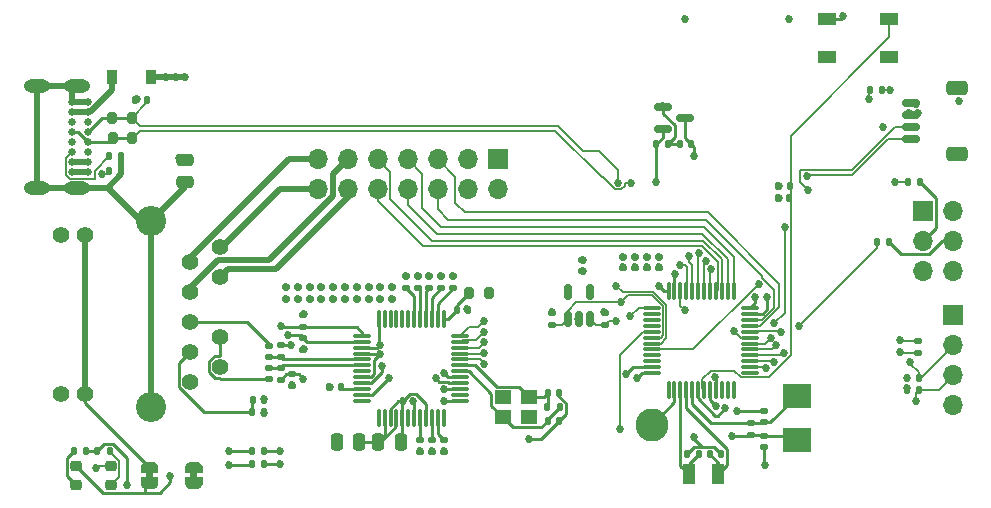
<source format=gbr>
G04 #@! TF.GenerationSoftware,KiCad,Pcbnew,(5.99.0-8454-g713af6630f)*
G04 #@! TF.CreationDate,2021-06-13T15:31:37-07:00*
G04 #@! TF.ProjectId,MFW007B,4d465730-3037-4422-9e6b-696361645f70,1*
G04 #@! TF.SameCoordinates,Original*
G04 #@! TF.FileFunction,Copper,L1,Top*
G04 #@! TF.FilePolarity,Positive*
%FSLAX46Y46*%
G04 Gerber Fmt 4.6, Leading zero omitted, Abs format (unit mm)*
G04 Created by KiCad (PCBNEW (5.99.0-8454-g713af6630f)) date 2021-06-13 15:31:37*
%MOMM*%
%LPD*%
G01*
G04 APERTURE LIST*
G04 Aperture macros list*
%AMRoundRect*
0 Rectangle with rounded corners*
0 $1 Rounding radius*
0 $2 $3 $4 $5 $6 $7 $8 $9 X,Y pos of 4 corners*
0 Add a 4 corners polygon primitive as box body*
4,1,4,$2,$3,$4,$5,$6,$7,$8,$9,$2,$3,0*
0 Add four circle primitives for the rounded corners*
1,1,$1+$1,$2,$3*
1,1,$1+$1,$4,$5*
1,1,$1+$1,$6,$7*
1,1,$1+$1,$8,$9*
0 Add four rect primitives between the rounded corners*
20,1,$1+$1,$2,$3,$4,$5,0*
20,1,$1+$1,$4,$5,$6,$7,0*
20,1,$1+$1,$6,$7,$8,$9,0*
20,1,$1+$1,$8,$9,$2,$3,0*%
G04 Aperture macros list end*
G04 #@! TA.AperFunction,SMDPad,CuDef*
%ADD10R,2.400000X2.000000*%
G04 #@! TD*
G04 #@! TA.AperFunction,SMDPad,CuDef*
%ADD11RoundRect,0.075000X0.075000X-0.662500X0.075000X0.662500X-0.075000X0.662500X-0.075000X-0.662500X0*%
G04 #@! TD*
G04 #@! TA.AperFunction,SMDPad,CuDef*
%ADD12RoundRect,0.075000X0.662500X-0.075000X0.662500X0.075000X-0.662500X0.075000X-0.662500X-0.075000X0*%
G04 #@! TD*
G04 #@! TA.AperFunction,SMDPad,CuDef*
%ADD13RoundRect,0.140000X0.170000X-0.140000X0.170000X0.140000X-0.170000X0.140000X-0.170000X-0.140000X0*%
G04 #@! TD*
G04 #@! TA.AperFunction,SMDPad,CuDef*
%ADD14RoundRect,0.135000X0.185000X-0.135000X0.185000X0.135000X-0.185000X0.135000X-0.185000X-0.135000X0*%
G04 #@! TD*
G04 #@! TA.AperFunction,SMDPad,CuDef*
%ADD15RoundRect,0.218750X0.256250X-0.218750X0.256250X0.218750X-0.256250X0.218750X-0.256250X-0.218750X0*%
G04 #@! TD*
G04 #@! TA.AperFunction,SMDPad,CuDef*
%ADD16RoundRect,0.140000X-0.170000X0.140000X-0.170000X-0.140000X0.170000X-0.140000X0.170000X0.140000X0*%
G04 #@! TD*
G04 #@! TA.AperFunction,SMDPad,CuDef*
%ADD17RoundRect,0.140000X-0.140000X-0.170000X0.140000X-0.170000X0.140000X0.170000X-0.140000X0.170000X0*%
G04 #@! TD*
G04 #@! TA.AperFunction,SMDPad,CuDef*
%ADD18RoundRect,0.150000X0.625000X-0.150000X0.625000X0.150000X-0.625000X0.150000X-0.625000X-0.150000X0*%
G04 #@! TD*
G04 #@! TA.AperFunction,SMDPad,CuDef*
%ADD19RoundRect,0.250000X0.650000X-0.350000X0.650000X0.350000X-0.650000X0.350000X-0.650000X-0.350000X0*%
G04 #@! TD*
G04 #@! TA.AperFunction,SMDPad,CuDef*
%ADD20RoundRect,0.135000X0.135000X0.185000X-0.135000X0.185000X-0.135000X-0.185000X0.135000X-0.185000X0*%
G04 #@! TD*
G04 #@! TA.AperFunction,SMDPad,CuDef*
%ADD21RoundRect,0.135000X-0.185000X0.135000X-0.185000X-0.135000X0.185000X-0.135000X0.185000X0.135000X0*%
G04 #@! TD*
G04 #@! TA.AperFunction,SMDPad,CuDef*
%ADD22R,0.900000X1.200000*%
G04 #@! TD*
G04 #@! TA.AperFunction,SMDPad,CuDef*
%ADD23RoundRect,0.075000X-0.662500X-0.075000X0.662500X-0.075000X0.662500X0.075000X-0.662500X0.075000X0*%
G04 #@! TD*
G04 #@! TA.AperFunction,SMDPad,CuDef*
%ADD24RoundRect,0.075000X-0.075000X-0.662500X0.075000X-0.662500X0.075000X0.662500X-0.075000X0.662500X0*%
G04 #@! TD*
G04 #@! TA.AperFunction,ComponentPad*
%ADD25R,1.700000X1.700000*%
G04 #@! TD*
G04 #@! TA.AperFunction,ComponentPad*
%ADD26O,1.700000X1.700000*%
G04 #@! TD*
G04 #@! TA.AperFunction,SMDPad,CuDef*
%ADD27RoundRect,0.135000X-0.135000X-0.185000X0.135000X-0.185000X0.135000X0.185000X-0.135000X0.185000X0*%
G04 #@! TD*
G04 #@! TA.AperFunction,SMDPad,CuDef*
%ADD28R,1.000000X1.800000*%
G04 #@! TD*
G04 #@! TA.AperFunction,SMDPad,CuDef*
%ADD29R,1.400000X1.200000*%
G04 #@! TD*
G04 #@! TA.AperFunction,ComponentPad*
%ADD30C,0.650000*%
G04 #@! TD*
G04 #@! TA.AperFunction,ComponentPad*
%ADD31O,2.216000X1.108000*%
G04 #@! TD*
G04 #@! TA.AperFunction,SMDPad,CuDef*
%ADD32RoundRect,0.150000X0.150000X-0.512500X0.150000X0.512500X-0.150000X0.512500X-0.150000X-0.512500X0*%
G04 #@! TD*
G04 #@! TA.AperFunction,SMDPad,CuDef*
%ADD33RoundRect,0.200000X-0.200000X-0.275000X0.200000X-0.275000X0.200000X0.275000X-0.200000X0.275000X0*%
G04 #@! TD*
G04 #@! TA.AperFunction,SMDPad,CuDef*
%ADD34RoundRect,0.140000X0.140000X0.170000X-0.140000X0.170000X-0.140000X-0.170000X0.140000X-0.170000X0*%
G04 #@! TD*
G04 #@! TA.AperFunction,SMDPad,CuDef*
%ADD35RoundRect,0.250000X-0.250000X-0.475000X0.250000X-0.475000X0.250000X0.475000X-0.250000X0.475000X0*%
G04 #@! TD*
G04 #@! TA.AperFunction,ComponentPad*
%ADD36C,2.800000*%
G04 #@! TD*
G04 #@! TA.AperFunction,SMDPad,CuDef*
%ADD37RoundRect,0.250000X-0.475000X0.250000X-0.475000X-0.250000X0.475000X-0.250000X0.475000X0.250000X0*%
G04 #@! TD*
G04 #@! TA.AperFunction,SMDPad,CuDef*
%ADD38RoundRect,0.150000X-0.587500X-0.150000X0.587500X-0.150000X0.587500X0.150000X-0.587500X0.150000X0*%
G04 #@! TD*
G04 #@! TA.AperFunction,ComponentPad*
%ADD39C,1.398000*%
G04 #@! TD*
G04 #@! TA.AperFunction,ComponentPad*
%ADD40C,2.550000*%
G04 #@! TD*
G04 #@! TA.AperFunction,SMDPad,CuDef*
%ADD41RoundRect,0.250000X0.250000X0.475000X-0.250000X0.475000X-0.250000X-0.475000X0.250000X-0.475000X0*%
G04 #@! TD*
G04 #@! TA.AperFunction,SMDPad,CuDef*
%ADD42R,1.549400X0.990600*%
G04 #@! TD*
G04 #@! TA.AperFunction,ViaPad*
%ADD43C,0.685800*%
G04 #@! TD*
G04 #@! TA.AperFunction,Conductor*
%ADD44C,0.254000*%
G04 #@! TD*
G04 #@! TA.AperFunction,Conductor*
%ADD45C,0.152400*%
G04 #@! TD*
G04 #@! TA.AperFunction,Conductor*
%ADD46C,0.508000*%
G04 #@! TD*
G04 #@! TA.AperFunction,Conductor*
%ADD47C,0.127000*%
G04 #@! TD*
G04 APERTURE END LIST*
G36*
X102800000Y-119500000D02*
G01*
X102200000Y-119500000D01*
X102200000Y-119000000D01*
X102800000Y-119000000D01*
X102800000Y-119500000D01*
G37*
G36*
X106550000Y-119500000D02*
G01*
X105950000Y-119500000D01*
X105950000Y-119000000D01*
X106550000Y-119000000D01*
X106550000Y-119500000D01*
G37*
D10*
X157300000Y-112550000D03*
X157300000Y-116250000D03*
D11*
X146440000Y-112012500D03*
X146940000Y-112012500D03*
X147440000Y-112012500D03*
X147940000Y-112012500D03*
X148440000Y-112012500D03*
X148940000Y-112012500D03*
X149440000Y-112012500D03*
X149940000Y-112012500D03*
X150440000Y-112012500D03*
X150940000Y-112012500D03*
X151440000Y-112012500D03*
X151940000Y-112012500D03*
D12*
X153352500Y-110600000D03*
X153352500Y-110100000D03*
X153352500Y-109600000D03*
X153352500Y-109100000D03*
X153352500Y-108600000D03*
X153352500Y-108100000D03*
X153352500Y-107600000D03*
X153352500Y-107100000D03*
X153352500Y-106600000D03*
X153352500Y-106100000D03*
X153352500Y-105600000D03*
X153352500Y-105100000D03*
D11*
X151940000Y-103687500D03*
X151440000Y-103687500D03*
X150940000Y-103687500D03*
X150440000Y-103687500D03*
X149940000Y-103687500D03*
X149440000Y-103687500D03*
X148940000Y-103687500D03*
X148440000Y-103687500D03*
X147940000Y-103687500D03*
X147440000Y-103687500D03*
X146940000Y-103687500D03*
X146440000Y-103687500D03*
D12*
X145027500Y-105100000D03*
X145027500Y-105600000D03*
X145027500Y-106100000D03*
X145027500Y-106600000D03*
X145027500Y-107100000D03*
X145027500Y-107600000D03*
X145027500Y-108100000D03*
X145027500Y-108600000D03*
X145027500Y-109100000D03*
X145027500Y-109600000D03*
X145027500Y-110100000D03*
X145027500Y-110600000D03*
D13*
X144600000Y-101700000D03*
X144600000Y-100740000D03*
D14*
X124200000Y-103410000D03*
X124200000Y-102390000D03*
D15*
X96250000Y-120037500D03*
X96250000Y-118462500D03*
D16*
X126400000Y-116300000D03*
X126400000Y-117260000D03*
D13*
X117050000Y-104300000D03*
X117050000Y-103340000D03*
D14*
X126200000Y-103410000D03*
X126200000Y-102390000D03*
D17*
X111220000Y-112900000D03*
X112180000Y-112900000D03*
D18*
X167000000Y-90750000D03*
X167000000Y-89750000D03*
X167000000Y-88750000D03*
X167000000Y-87750000D03*
D19*
X170875000Y-86450000D03*
X170875000Y-92050000D03*
G04 #@! TA.AperFunction,SMDPad,CuDef*
G36*
X103250000Y-119400000D02*
G01*
X103250000Y-119900000D01*
X103245033Y-119900000D01*
X103243568Y-119979941D01*
X103201293Y-120115256D01*
X103122738Y-120233266D01*
X103014219Y-120324486D01*
X102884460Y-120381581D01*
X102750000Y-120399164D01*
X102750000Y-120400000D01*
X102250000Y-120400000D01*
X102250000Y-120399164D01*
X102243891Y-120399963D01*
X102103814Y-120378152D01*
X101975489Y-120317904D01*
X101869231Y-120224060D01*
X101793583Y-120104165D01*
X101754626Y-119967858D01*
X101755041Y-119900000D01*
X101750000Y-119900000D01*
X101750000Y-119400000D01*
X103250000Y-119400000D01*
G37*
G04 #@! TD.AperFunction*
G04 #@! TA.AperFunction,SMDPad,CuDef*
G36*
X101755041Y-118600000D02*
G01*
X101755492Y-118526095D01*
X101796111Y-118390274D01*
X101873218Y-118271312D01*
X101980615Y-118178774D01*
X102109667Y-118120097D01*
X102250000Y-118100000D01*
X102750000Y-118100000D01*
X102762216Y-118100149D01*
X102902017Y-118123669D01*
X103029596Y-118185481D01*
X103134700Y-118280616D01*
X103208877Y-118401426D01*
X103246166Y-118538199D01*
X103245033Y-118600000D01*
X103250000Y-118600000D01*
X103250000Y-119100000D01*
X101750000Y-119100000D01*
X101750000Y-118600000D01*
X101755041Y-118600000D01*
G37*
G04 #@! TD.AperFunction*
D20*
X112210000Y-117200000D03*
X111190000Y-117200000D03*
D21*
X153450000Y-114820000D03*
X153450000Y-115840000D03*
D22*
X102650000Y-85500000D03*
X99350000Y-85500000D03*
D20*
X100120000Y-93460000D03*
X99100000Y-93460000D03*
D13*
X119050000Y-104300000D03*
X119050000Y-103340000D03*
D14*
X113600000Y-111160000D03*
X113600000Y-110140000D03*
D20*
X112210000Y-113900000D03*
X111190000Y-113900000D03*
D23*
X120487500Y-107450000D03*
X120487500Y-107950000D03*
X120487500Y-108450000D03*
X120487500Y-108950000D03*
X120487500Y-109450000D03*
X120487500Y-109950000D03*
X120487500Y-110450000D03*
X120487500Y-110950000D03*
X120487500Y-111450000D03*
X120487500Y-111950000D03*
X120487500Y-112450000D03*
X120487500Y-112950000D03*
D24*
X121900000Y-114362500D03*
X122400000Y-114362500D03*
X122900000Y-114362500D03*
X123400000Y-114362500D03*
X123900000Y-114362500D03*
X124400000Y-114362500D03*
X124900000Y-114362500D03*
X125400000Y-114362500D03*
X125900000Y-114362500D03*
X126400000Y-114362500D03*
X126900000Y-114362500D03*
X127400000Y-114362500D03*
D23*
X128812500Y-112950000D03*
X128812500Y-112450000D03*
X128812500Y-111950000D03*
X128812500Y-111450000D03*
X128812500Y-110950000D03*
X128812500Y-110450000D03*
X128812500Y-109950000D03*
X128812500Y-109450000D03*
X128812500Y-108950000D03*
X128812500Y-108450000D03*
X128812500Y-107950000D03*
X128812500Y-107450000D03*
D24*
X127400000Y-106037500D03*
X126900000Y-106037500D03*
X126400000Y-106037500D03*
X125900000Y-106037500D03*
X125400000Y-106037500D03*
X124900000Y-106037500D03*
X124400000Y-106037500D03*
X123900000Y-106037500D03*
X123400000Y-106037500D03*
X122900000Y-106037500D03*
X122400000Y-106037500D03*
X121900000Y-106037500D03*
D14*
X128200000Y-103410000D03*
X128200000Y-102390000D03*
D25*
X168000000Y-96860000D03*
D26*
X170540000Y-96860000D03*
X168000000Y-99400000D03*
X170540000Y-99400000D03*
X168000000Y-101940000D03*
X170540000Y-101940000D03*
D17*
X128520000Y-105300000D03*
X129480000Y-105300000D03*
D16*
X125400000Y-116300000D03*
X125400000Y-117260000D03*
D27*
X166690000Y-94400000D03*
X167710000Y-94400000D03*
D20*
X118720000Y-111800000D03*
X117700000Y-111800000D03*
D28*
X150650000Y-119150000D03*
X148150000Y-119150000D03*
D20*
X167610000Y-111000000D03*
X166590000Y-111000000D03*
D13*
X154550000Y-114780000D03*
X154550000Y-113820000D03*
D25*
X170500000Y-105700000D03*
D26*
X170500000Y-108240000D03*
X170500000Y-110780000D03*
X170500000Y-113320000D03*
D29*
X132400000Y-114350000D03*
X134600000Y-114350000D03*
X134600000Y-112650000D03*
X132400000Y-112650000D03*
D16*
X154550000Y-115900000D03*
X154550000Y-116860000D03*
D13*
X112600000Y-109230000D03*
X112600000Y-108270000D03*
D14*
X115520000Y-108620000D03*
X115520000Y-107600000D03*
X113600000Y-109260000D03*
X113600000Y-108240000D03*
D17*
X145420000Y-91200000D03*
X146380000Y-91200000D03*
D13*
X145600000Y-101700000D03*
X145600000Y-100740000D03*
D30*
X97303680Y-87653680D03*
X97303680Y-88503680D03*
X97303680Y-89353680D03*
X97303680Y-90203680D03*
X97303680Y-91053680D03*
X97303680Y-91903680D03*
X97303680Y-92753680D03*
X97303680Y-93603680D03*
X95953680Y-93603680D03*
X95953680Y-92753680D03*
X95953680Y-91903680D03*
X95953680Y-91053680D03*
X95953680Y-90203680D03*
X95953680Y-89353680D03*
X95953680Y-88503680D03*
X95953680Y-87653680D03*
D31*
X96323680Y-86303680D03*
X96323680Y-94953680D03*
X92943680Y-94953680D03*
X92943680Y-86303680D03*
D32*
X137900000Y-106000000D03*
X138850000Y-106000000D03*
X139800000Y-106000000D03*
X139800000Y-103725000D03*
X137900000Y-103725000D03*
D33*
X99375000Y-90700000D03*
X101025000Y-90700000D03*
D34*
X156680000Y-95800000D03*
X155720000Y-95800000D03*
D13*
X114050000Y-104300000D03*
X114050000Y-103340000D03*
D34*
X148380000Y-91200000D03*
X147420000Y-91200000D03*
D16*
X139100000Y-101020000D03*
X139100000Y-101980000D03*
D13*
X120050000Y-104300000D03*
X120050000Y-103340000D03*
D27*
X163490000Y-86600000D03*
X164510000Y-86600000D03*
D14*
X127200000Y-103410000D03*
X127200000Y-102390000D03*
D35*
X118350000Y-116400000D03*
X120250000Y-116400000D03*
D14*
X125200000Y-103410000D03*
X125200000Y-102390000D03*
D21*
X115520000Y-105690000D03*
X115520000Y-106710000D03*
D13*
X115050000Y-104300000D03*
X115050000Y-103340000D03*
D21*
X141100000Y-105490000D03*
X141100000Y-106510000D03*
D34*
X148980000Y-117450000D03*
X148020000Y-117450000D03*
D16*
X167600000Y-107920000D03*
X167600000Y-108880000D03*
D17*
X149920000Y-117450000D03*
X150880000Y-117450000D03*
D20*
X100120000Y-92250000D03*
X99100000Y-92250000D03*
D36*
X145000000Y-115000000D03*
D20*
X165110000Y-99500000D03*
X164090000Y-99500000D03*
D33*
X99350000Y-89000000D03*
X101000000Y-89000000D03*
G04 #@! TA.AperFunction,SMDPad,CuDef*
G36*
X107000000Y-119400000D02*
G01*
X107000000Y-119900000D01*
X106995033Y-119900000D01*
X106993568Y-119979941D01*
X106951293Y-120115256D01*
X106872738Y-120233266D01*
X106764219Y-120324486D01*
X106634460Y-120381581D01*
X106500000Y-120399164D01*
X106500000Y-120400000D01*
X106000000Y-120400000D01*
X106000000Y-120399164D01*
X105993891Y-120399963D01*
X105853814Y-120378152D01*
X105725489Y-120317904D01*
X105619231Y-120224060D01*
X105543583Y-120104165D01*
X105504626Y-119967858D01*
X105505041Y-119900000D01*
X105500000Y-119900000D01*
X105500000Y-119400000D01*
X107000000Y-119400000D01*
G37*
G04 #@! TD.AperFunction*
G04 #@! TA.AperFunction,SMDPad,CuDef*
G36*
X105505041Y-118600000D02*
G01*
X105505492Y-118526095D01*
X105546111Y-118390274D01*
X105623218Y-118271312D01*
X105730615Y-118178774D01*
X105859667Y-118120097D01*
X106000000Y-118100000D01*
X106500000Y-118100000D01*
X106512216Y-118100149D01*
X106652017Y-118123669D01*
X106779596Y-118185481D01*
X106884700Y-118280616D01*
X106958877Y-118401426D01*
X106996166Y-118538199D01*
X106995033Y-118600000D01*
X107000000Y-118600000D01*
X107000000Y-119100000D01*
X105500000Y-119100000D01*
X105500000Y-118600000D01*
X105505041Y-118600000D01*
G37*
G04 #@! TD.AperFunction*
D13*
X123050000Y-104300000D03*
X123050000Y-103340000D03*
D33*
X129575000Y-103800000D03*
X131225000Y-103800000D03*
D37*
X105500000Y-92550000D03*
X105500000Y-94450000D03*
D13*
X116050000Y-104300000D03*
X116050000Y-103340000D03*
D27*
X96120000Y-117200000D03*
X97140000Y-117200000D03*
X101290000Y-87500000D03*
X102310000Y-87500000D03*
D38*
X145962500Y-88050000D03*
X145962500Y-89950000D03*
X147837500Y-89000000D03*
D39*
X105928680Y-111343680D03*
X108468680Y-110073680D03*
X105928680Y-108803680D03*
X108468680Y-107533680D03*
X105928680Y-106263680D03*
X105928680Y-103723680D03*
X108468680Y-102453680D03*
X105928680Y-101183680D03*
X108468680Y-99913680D03*
X97038680Y-112353680D03*
X95008680Y-112353680D03*
X97038680Y-98903680D03*
X95008680Y-98903680D03*
D40*
X102628680Y-113503680D03*
X102628680Y-97753680D03*
D27*
X136190000Y-113500000D03*
X137210000Y-113500000D03*
D41*
X123750000Y-116400000D03*
X121850000Y-116400000D03*
D13*
X143600000Y-101700000D03*
X143600000Y-100740000D03*
D42*
X159874999Y-80600001D03*
X165125001Y-80600001D03*
X159874999Y-83799999D03*
X165125001Y-83799999D03*
D27*
X111190000Y-118300000D03*
X112210000Y-118300000D03*
D17*
X136220000Y-112300000D03*
X137180000Y-112300000D03*
X136220000Y-114650000D03*
X137180000Y-114650000D03*
D13*
X114550000Y-111680000D03*
X114550000Y-110720000D03*
X142600000Y-101700000D03*
X142600000Y-100740000D03*
D16*
X127400000Y-116300000D03*
X127400000Y-117260000D03*
D13*
X118050000Y-104300000D03*
X118050000Y-103340000D03*
X121050000Y-104300000D03*
X121050000Y-103340000D03*
D27*
X166590000Y-112000000D03*
X167610000Y-112000000D03*
D20*
X99110000Y-117200000D03*
X98090000Y-117200000D03*
D15*
X99250000Y-120037500D03*
X99250000Y-118462500D03*
D16*
X112600000Y-110170000D03*
X112600000Y-111130000D03*
D21*
X136600000Y-105490000D03*
X136600000Y-106510000D03*
D13*
X122050000Y-104300000D03*
X122050000Y-103340000D03*
D25*
X132000000Y-92500000D03*
D26*
X132000000Y-95040000D03*
X129460000Y-92500000D03*
X129460000Y-95040000D03*
X126920000Y-92500000D03*
X126920000Y-95040000D03*
X124380000Y-92500000D03*
X124380000Y-95040000D03*
X121840000Y-92500000D03*
X121840000Y-95040000D03*
X119300000Y-92500000D03*
X119300000Y-95040000D03*
X116760000Y-92500000D03*
X116760000Y-95040000D03*
D27*
X155690000Y-94800000D03*
X156710000Y-94800000D03*
D43*
X120250000Y-116400000D03*
X121800000Y-116400000D03*
X139200000Y-102000000D03*
X124200000Y-102400000D03*
X154600000Y-118400000D03*
X155800000Y-95800000D03*
X123050000Y-103300000D03*
X122000000Y-108200000D03*
X121050000Y-103300000D03*
X127400000Y-117200000D03*
X148600000Y-116000000D03*
X166600000Y-111000000D03*
X144600000Y-100800000D03*
X117800000Y-111800000D03*
X164600000Y-89800000D03*
X161200000Y-80400000D03*
X112200000Y-112800000D03*
X115050000Y-103300000D03*
X134600000Y-114400000D03*
X124800000Y-113000000D03*
X128200000Y-102400000D03*
X114600000Y-111600000D03*
X156600000Y-80600000D03*
X143600000Y-100800000D03*
X145600000Y-100800000D03*
X122200000Y-110000000D03*
X127400000Y-110600000D03*
X120050000Y-103300000D03*
X125400000Y-117200000D03*
X166000000Y-108800000D03*
X126200000Y-102400000D03*
X129400000Y-105200000D03*
X116050000Y-103300000D03*
X127200000Y-102400000D03*
X125200000Y-102400000D03*
X106250000Y-118500000D03*
X146000000Y-88000000D03*
X118050000Y-103300000D03*
X150417073Y-113382927D03*
X142600000Y-100800000D03*
X167400000Y-87800000D03*
X117050000Y-103300000D03*
X147000000Y-102200000D03*
X154800000Y-104200000D03*
X138800000Y-106000000D03*
X134600000Y-116200000D03*
X126400000Y-117200000D03*
X142833400Y-110698013D03*
X147800000Y-80600000D03*
X119050000Y-103300000D03*
X114050000Y-103300000D03*
X152200000Y-113800000D03*
X122050000Y-103300000D03*
X105500000Y-85500000D03*
X167600000Y-88600000D03*
X148600000Y-92200000D03*
X105000000Y-92400000D03*
X105800000Y-92600000D03*
X104700000Y-85500000D03*
X101400000Y-87400000D03*
X166800000Y-88600000D03*
X103900000Y-85500000D03*
X171000000Y-87600000D03*
X115600000Y-108600000D03*
X166600000Y-111900000D03*
X118050000Y-104300000D03*
X114050000Y-104300000D03*
X144600000Y-101620000D03*
X112200000Y-114000000D03*
X139800000Y-103600000D03*
X145600000Y-103200000D03*
X117050000Y-104300000D03*
X116050000Y-104300000D03*
X104230000Y-119310000D03*
X121050000Y-104300000D03*
X131200000Y-103800000D03*
X115600000Y-105600000D03*
X122800000Y-111000000D03*
X141000000Y-105400000D03*
X145600000Y-101620000D03*
X136600000Y-105400000D03*
X143600000Y-101620000D03*
X150400000Y-110933400D03*
X126723708Y-111050862D03*
X119050000Y-104300000D03*
X153800000Y-104200000D03*
X123050000Y-104300000D03*
X166000000Y-107800000D03*
X139200000Y-101000000D03*
X122000000Y-109012803D03*
X123987197Y-113000000D03*
X115050000Y-104300000D03*
X142600000Y-101620000D03*
X122050000Y-104300000D03*
X120050000Y-104300000D03*
X145400000Y-94400000D03*
X118572073Y-116572073D03*
X143800000Y-111000000D03*
X155800000Y-94800000D03*
X115500000Y-111100000D03*
X114450000Y-108250000D03*
X163400000Y-87400000D03*
X152000000Y-107000000D03*
X155400000Y-106400000D03*
X156266600Y-98200000D03*
X165200000Y-86600000D03*
X142300000Y-115350000D03*
X98000000Y-118600000D03*
X167400000Y-113000000D03*
X143200000Y-105800000D03*
X166900000Y-109650000D03*
X147800000Y-105300000D03*
X98433400Y-93752171D03*
X114250000Y-107400000D03*
X158261597Y-95061597D03*
X142000000Y-106200000D03*
X142000000Y-103200000D03*
X158200000Y-93933400D03*
X142400000Y-104600000D03*
X113600000Y-106600000D03*
X142169888Y-94484012D03*
X147367631Y-101455477D03*
X143262088Y-94484012D03*
X148139935Y-100683173D03*
X109200000Y-118400000D03*
X127450000Y-112950000D03*
X113550000Y-117200000D03*
X109200000Y-117200000D03*
X127450000Y-111950000D03*
X113550000Y-118300000D03*
X150000000Y-101800000D03*
X149596900Y-101076292D03*
X149000000Y-100400000D03*
X155100000Y-107600000D03*
X130800000Y-106200000D03*
X155568022Y-108264532D03*
X130800000Y-107100000D03*
X156201383Y-108873204D03*
X130800000Y-108000000D03*
X155400000Y-109633400D03*
X130800000Y-108900000D03*
X154700000Y-110133400D03*
X130800000Y-109800000D03*
X100600000Y-120100000D03*
X106250000Y-120040000D03*
X155950000Y-107100000D03*
X157450000Y-106650000D03*
X154100000Y-103050000D03*
X165600000Y-94400000D03*
X151850000Y-115950000D03*
X151250000Y-113550000D03*
D44*
X121800000Y-116400000D02*
X121850000Y-116400000D01*
X125900000Y-114362500D02*
X125900000Y-113216571D01*
X123987197Y-112929374D02*
X123987197Y-113000000D01*
X125900000Y-113216571D02*
X125086518Y-112403089D01*
X125086518Y-112403089D02*
X124513482Y-112403089D01*
X124513482Y-112403089D02*
X123987197Y-112929374D01*
X123750000Y-116400000D02*
X123900000Y-116250000D01*
X123900000Y-116250000D02*
X123900000Y-114362500D01*
D45*
X101000000Y-89000000D02*
X101659299Y-89659299D01*
X140550000Y-91800000D02*
X142169888Y-93419888D01*
X101659299Y-89659299D02*
X137059299Y-89659299D01*
X137059299Y-89659299D02*
X139200000Y-91800000D01*
X139200000Y-91800000D02*
X140550000Y-91800000D01*
X142169888Y-93419888D02*
X142169888Y-94484012D01*
D44*
X124900000Y-113100000D02*
X124800000Y-113000000D01*
X146954020Y-90625980D02*
X146380000Y-91200000D01*
D46*
X97303680Y-87653680D02*
X95953680Y-87653680D01*
X105500000Y-94882360D02*
X102628680Y-97753680D01*
D44*
X120250000Y-116400000D02*
X121800000Y-116400000D01*
D46*
X102628680Y-97753680D02*
X102628680Y-113503680D01*
D44*
X152220000Y-113820000D02*
X152200000Y-113800000D01*
D46*
X92943680Y-94953680D02*
X96323680Y-94953680D01*
D44*
X154800000Y-105200000D02*
X154400000Y-105600000D01*
X154400000Y-105600000D02*
X153352500Y-105600000D01*
X159874999Y-80600001D02*
X160999999Y-80600001D01*
X143431413Y-110100000D02*
X142833400Y-110698013D01*
X122400000Y-115850000D02*
X121850000Y-116400000D01*
X145962500Y-88641128D02*
X146954020Y-89632648D01*
D46*
X95953680Y-93603680D02*
X97303680Y-93603680D01*
D44*
X137180000Y-112300000D02*
X137180000Y-112599842D01*
X146954020Y-89632648D02*
X146954020Y-90625980D01*
X154800000Y-104200000D02*
X154800000Y-105200000D01*
X124900000Y-114362500D02*
X124900000Y-113100000D01*
X121900000Y-108100000D02*
X122000000Y-108200000D01*
X154550000Y-113820000D02*
X152220000Y-113820000D01*
X122100000Y-116400000D02*
X121850000Y-116400000D01*
X137180000Y-112599842D02*
X137734020Y-113153862D01*
X123400000Y-114362500D02*
X123400000Y-115100000D01*
D46*
X98946320Y-94953680D02*
X96323680Y-94953680D01*
X96323680Y-86303680D02*
X92943680Y-86303680D01*
D44*
X121750000Y-108450000D02*
X122000000Y-108200000D01*
X149314020Y-116885980D02*
X150315980Y-116885980D01*
X137734020Y-113153862D02*
X137734020Y-114095980D01*
D46*
X100120000Y-93460000D02*
X100120000Y-93780000D01*
D44*
X149314020Y-116885980D02*
X148600000Y-116171960D01*
X145962500Y-88050000D02*
X145962500Y-88641128D01*
D46*
X101746320Y-97753680D02*
X98946320Y-94953680D01*
X102628680Y-97753680D02*
X101746320Y-97753680D01*
D44*
X154550000Y-116860000D02*
X154550000Y-118350000D01*
X120487500Y-111450000D02*
X121263844Y-111450000D01*
X123400000Y-115100000D02*
X122100000Y-116400000D01*
X146940000Y-102260000D02*
X147000000Y-102200000D01*
X146940000Y-103687500D02*
X146940000Y-102260000D01*
X135630000Y-116200000D02*
X134600000Y-116200000D01*
X127750000Y-110950000D02*
X127400000Y-110600000D01*
D46*
X105500000Y-94450000D02*
X105500000Y-94882360D01*
D44*
X122400000Y-114362500D02*
X122400000Y-115850000D01*
X120487500Y-108450000D02*
X121750000Y-108450000D01*
X137734020Y-114095980D02*
X137180000Y-114650000D01*
X160999999Y-80600001D02*
X161200000Y-80400000D01*
D46*
X92943680Y-86303680D02*
X92943680Y-94953680D01*
D47*
X166080000Y-108880000D02*
X167600000Y-108880000D01*
D44*
X147420000Y-91200000D02*
X146380000Y-91200000D01*
X148600000Y-116171960D02*
X148600000Y-116000000D01*
X128812500Y-110950000D02*
X127750000Y-110950000D01*
X137180000Y-114650000D02*
X135630000Y-116200000D01*
D47*
X166000000Y-108800000D02*
X166080000Y-108880000D01*
D46*
X95953680Y-87653680D02*
X95953680Y-86673680D01*
D44*
X150315980Y-116885980D02*
X150880000Y-117450000D01*
X148584020Y-116885980D02*
X149314020Y-116885980D01*
X121900000Y-106037500D02*
X121900000Y-108100000D01*
X145027500Y-110100000D02*
X143431413Y-110100000D01*
D46*
X100120000Y-92250000D02*
X100120000Y-93460000D01*
D44*
X154550000Y-118350000D02*
X154600000Y-118400000D01*
X148020000Y-117450000D02*
X148584020Y-116885980D01*
X149940000Y-112905854D02*
X150417073Y-113382927D01*
X121263844Y-111450000D02*
X122200000Y-110513844D01*
X149940000Y-112012500D02*
X149940000Y-112905854D01*
D46*
X100120000Y-93780000D02*
X98946320Y-94953680D01*
D44*
X122200000Y-110513844D02*
X122200000Y-110000000D01*
D46*
X95953680Y-86673680D02*
X96323680Y-86303680D01*
D44*
X148600000Y-91420000D02*
X148380000Y-91200000D01*
D46*
X104700000Y-85500000D02*
X105500000Y-85500000D01*
X102650000Y-85500000D02*
X103900000Y-85500000D01*
D44*
X148600000Y-92200000D02*
X148600000Y-91420000D01*
D46*
X103900000Y-85500000D02*
X104700000Y-85500000D01*
D44*
X147837500Y-89000000D02*
X147837500Y-90657500D01*
X147837500Y-90657500D02*
X148380000Y-91200000D01*
X118400000Y-116400000D02*
X118572073Y-116572073D01*
X121225000Y-110950000D02*
X121479020Y-110695980D01*
X120487500Y-110950000D02*
X121225000Y-110950000D01*
X127736518Y-111353089D02*
X127025935Y-111353089D01*
X120487500Y-108950000D02*
X121937197Y-108950000D01*
X150440000Y-112012500D02*
X150440000Y-110973400D01*
X146440000Y-103687500D02*
X146087500Y-103687500D01*
X145420000Y-94380000D02*
X145400000Y-94400000D01*
X101671960Y-120730000D02*
X101670980Y-120729020D01*
X102080000Y-120730000D02*
X102080000Y-120320000D01*
X121350000Y-112450000D02*
X122800000Y-111000000D01*
X101670980Y-120729020D02*
X98516520Y-120729020D01*
X121937197Y-108950000D02*
X122000000Y-109012803D01*
X150440000Y-110973400D02*
X150400000Y-110933400D01*
X104230000Y-119860000D02*
X103360000Y-120730000D01*
X123900000Y-114362500D02*
X123900000Y-113087197D01*
X153800000Y-104200000D02*
X153800000Y-104652500D01*
X144200000Y-110600000D02*
X143800000Y-111000000D01*
X145962500Y-90657500D02*
X145420000Y-91200000D01*
X123987197Y-113000000D02*
X123525000Y-113000000D01*
X121479020Y-109533783D02*
X122000000Y-109012803D01*
X118350000Y-116400000D02*
X118400000Y-116400000D01*
X146087500Y-103687500D02*
X145600000Y-103200000D01*
X102080000Y-120730000D02*
X101671960Y-120730000D01*
X128812500Y-111450000D02*
X127833429Y-111450000D01*
X104230000Y-119310000D02*
X104230000Y-119860000D01*
X103360000Y-120730000D02*
X102080000Y-120730000D01*
X123525000Y-113000000D02*
X122900000Y-113625000D01*
X102080000Y-120320000D02*
X102500000Y-119900000D01*
X123900000Y-113087197D02*
X123987197Y-113000000D01*
D47*
X166000000Y-107800000D02*
X166120000Y-107920000D01*
D44*
X145027500Y-110600000D02*
X144200000Y-110600000D01*
X122900000Y-113625000D02*
X122900000Y-114362500D01*
D47*
X166120000Y-107920000D02*
X167600000Y-107920000D01*
D44*
X127025935Y-111353089D02*
X126723708Y-111050862D01*
X153800000Y-104652500D02*
X153352500Y-105100000D01*
X145420000Y-91200000D02*
X145420000Y-94380000D01*
X145962500Y-89950000D02*
X145962500Y-90657500D01*
X120487500Y-112450000D02*
X121350000Y-112450000D01*
X127833429Y-111450000D02*
X127736518Y-111353089D01*
X98516520Y-120729020D02*
X96250000Y-118462500D01*
X121479020Y-110695980D02*
X121479020Y-109533783D01*
X105928680Y-106263680D02*
X110763680Y-106263680D01*
X112600000Y-108100000D02*
X112600000Y-108270000D01*
X110763680Y-106263680D02*
X112600000Y-108100000D01*
X113570000Y-109230000D02*
X113600000Y-109260000D01*
X112600000Y-109230000D02*
X113570000Y-109230000D01*
X113790000Y-109450000D02*
X120487500Y-109450000D01*
X113600000Y-109260000D02*
X113790000Y-109450000D01*
X108468680Y-111026691D02*
X108468680Y-111130000D01*
X108011234Y-111026691D02*
X108468680Y-111026691D01*
X107515669Y-109616234D02*
X107515669Y-110531126D01*
X108011234Y-109120669D02*
X107515669Y-109616234D01*
X108468680Y-111130000D02*
X112600000Y-111130000D01*
X108468680Y-109120669D02*
X108011234Y-109120669D01*
X108468680Y-107533680D02*
X108468680Y-109120669D01*
X107515669Y-110531126D02*
X108011234Y-111026691D01*
X113790000Y-109950000D02*
X113600000Y-110140000D01*
X112600000Y-110170000D02*
X113570000Y-110170000D01*
X120487500Y-109950000D02*
X113790000Y-109950000D01*
X113570000Y-110170000D02*
X113600000Y-110140000D01*
X114440000Y-108240000D02*
X114450000Y-108250000D01*
X115120000Y-110720000D02*
X114550000Y-110720000D01*
X114550000Y-110720000D02*
X114040000Y-110720000D01*
X115500000Y-111100000D02*
X115120000Y-110720000D01*
X113600000Y-108240000D02*
X114440000Y-108240000D01*
X114040000Y-110720000D02*
X113600000Y-111160000D01*
X136220000Y-114650000D02*
X136220000Y-114490000D01*
X132400000Y-114350000D02*
X133254011Y-115204011D01*
X131445989Y-113395989D02*
X132400000Y-114350000D01*
X131445989Y-112345989D02*
X131445989Y-113395989D01*
X133254011Y-115204011D02*
X135665989Y-115204011D01*
X129550000Y-110450000D02*
X131445989Y-112345989D01*
X135665989Y-115204011D02*
X136220000Y-114650000D01*
X136220000Y-114490000D02*
X137210000Y-113500000D01*
X128812500Y-110450000D02*
X129550000Y-110450000D01*
X133745989Y-111795989D02*
X134600000Y-112650000D01*
D47*
X132059489Y-111859489D02*
X133809489Y-111859489D01*
D44*
X130066571Y-109950000D02*
X131912560Y-111795989D01*
X136220000Y-112300000D02*
X136220000Y-113470000D01*
X135870000Y-112650000D02*
X136220000Y-112300000D01*
X136220000Y-113470000D02*
X136190000Y-113500000D01*
X128812500Y-109950000D02*
X130066571Y-109950000D01*
X131912560Y-111795989D02*
X133745989Y-111795989D01*
X134600000Y-112650000D02*
X135870000Y-112650000D01*
X107074543Y-113900000D02*
X111190000Y-113900000D01*
X105928680Y-108803680D02*
X104975669Y-109756691D01*
X111190000Y-113900000D02*
X111190000Y-112930000D01*
X111190000Y-112930000D02*
X111220000Y-112900000D01*
X104975669Y-111801126D02*
X107074543Y-113900000D01*
X104975669Y-109756691D02*
X104975669Y-111801126D01*
X128520000Y-104855000D02*
X129575000Y-103800000D01*
X127782500Y-106037500D02*
X128520000Y-105300000D01*
X128520000Y-105300000D02*
X128520000Y-104855000D01*
X127400000Y-106037500D02*
X127782500Y-106037500D01*
X126900000Y-115800000D02*
X127400000Y-116300000D01*
X126900000Y-114362500D02*
X126900000Y-115800000D01*
X126400000Y-114362500D02*
X126400000Y-116300000D01*
X125400000Y-114362500D02*
X125400000Y-116300000D01*
D47*
X163400000Y-87400000D02*
X163400000Y-86690000D01*
X152600000Y-107600000D02*
X152000000Y-107000000D01*
X156266600Y-105533400D02*
X156266600Y-98200000D01*
X155400000Y-106400000D02*
X156266600Y-105533400D01*
X153352500Y-107600000D02*
X152600000Y-107600000D01*
X163400000Y-86690000D02*
X163490000Y-86600000D01*
X164510000Y-86600000D02*
X165200000Y-86600000D01*
D44*
X95520980Y-117799020D02*
X95520980Y-119308480D01*
X96120000Y-117200000D02*
X95520980Y-117799020D01*
X95520980Y-119308480D02*
X96250000Y-120037500D01*
D47*
X99110000Y-117200000D02*
X99110000Y-117268704D01*
X99915520Y-119371980D02*
X99250000Y-120037500D01*
X99915520Y-118074224D02*
X99915520Y-119371980D01*
X99110000Y-117268704D02*
X99915520Y-118074224D01*
X142300000Y-109090000D02*
X142300000Y-115350000D01*
X144290000Y-107100000D02*
X142300000Y-109090000D01*
X145027500Y-107100000D02*
X144290000Y-107100000D01*
X98137500Y-118462500D02*
X98000000Y-118600000D01*
X99250000Y-118462500D02*
X98137500Y-118462500D01*
X170500000Y-110880000D02*
X170500000Y-110780000D01*
X145027500Y-105100000D02*
X143900000Y-105100000D01*
X167400000Y-113000000D02*
X167400000Y-112210000D01*
X167400000Y-112210000D02*
X167610000Y-112000000D01*
X169380000Y-112000000D02*
X170500000Y-110880000D01*
X169380000Y-112000000D02*
X167610000Y-112000000D01*
X143900000Y-105100000D02*
X143200000Y-105800000D01*
X147440000Y-103687500D02*
X147440000Y-104940000D01*
X170500000Y-108340000D02*
X170500000Y-108240000D01*
X166900000Y-109790000D02*
X167610000Y-110500000D01*
X167610000Y-110500000D02*
X167610000Y-111000000D01*
X166900000Y-109650000D02*
X166900000Y-109790000D01*
X167840000Y-111000000D02*
X170500000Y-108340000D01*
X167610000Y-111000000D02*
X167840000Y-111000000D01*
X147440000Y-104940000D02*
X147800000Y-105300000D01*
X95953680Y-91903680D02*
X95438169Y-92419191D01*
X97900000Y-93450000D02*
X99100000Y-92250000D01*
X97900000Y-94200000D02*
X97900000Y-93450000D01*
X95787043Y-94200000D02*
X97900000Y-94200000D01*
X95438169Y-93851126D02*
X95787043Y-94200000D01*
X95438169Y-92419191D02*
X95438169Y-93851126D01*
X151940000Y-103687500D02*
X151940000Y-100740000D01*
X125600000Y-96600000D02*
X125600000Y-93720000D01*
X151940000Y-100740000D02*
X149400000Y-98200000D01*
X127200000Y-98200000D02*
X125600000Y-96600000D01*
X125600000Y-93720000D02*
X124380000Y-92500000D01*
X149400000Y-98200000D02*
X127200000Y-98200000D01*
X128400000Y-96200000D02*
X128400000Y-93980000D01*
X155800000Y-105008280D02*
X155800000Y-103040762D01*
X128400000Y-93980000D02*
X126920000Y-92500000D01*
X154208280Y-106600000D02*
X155800000Y-105008280D01*
X155800000Y-103040762D02*
X149759238Y-97000000D01*
X129200000Y-97000000D02*
X128400000Y-96200000D01*
X153352500Y-106600000D02*
X154208280Y-106600000D01*
X149759238Y-97000000D02*
X129200000Y-97000000D01*
X98433400Y-93752171D02*
X98807829Y-93752171D01*
X98807829Y-93752171D02*
X99100000Y-93460000D01*
D46*
X97498577Y-88503680D02*
X97303680Y-88503680D01*
X99350000Y-86652257D02*
X97498577Y-88503680D01*
X97303680Y-92753680D02*
X95953680Y-92753680D01*
X99350000Y-85500000D02*
X99350000Y-86652257D01*
X97303680Y-88503680D02*
X95953680Y-88503680D01*
D44*
X169633937Y-99400000D02*
X168529926Y-100504011D01*
X168529926Y-100504011D02*
X166114011Y-100504011D01*
X170540000Y-99400000D02*
X169633937Y-99400000D01*
X166114011Y-100504011D02*
X165110000Y-99500000D01*
X169104011Y-98295989D02*
X168000000Y-99400000D01*
X167710000Y-94400000D02*
X169104011Y-95794011D01*
X169104011Y-95794011D02*
X169104011Y-98295989D01*
X102500000Y-118600000D02*
X97038680Y-113138680D01*
D46*
X97038680Y-98903680D02*
X97038680Y-112353680D01*
D44*
X97038680Y-113138680D02*
X97038680Y-112353680D01*
X114250000Y-107400000D02*
X115320000Y-107400000D01*
X115320000Y-107400000D02*
X115520000Y-107600000D01*
X115520000Y-107600000D02*
X115870000Y-107950000D01*
X115870000Y-107950000D02*
X120487500Y-107950000D01*
D47*
X142545980Y-103745980D02*
X145145722Y-103745980D01*
X141410000Y-106200000D02*
X141100000Y-106510000D01*
X157600000Y-94400000D02*
X158261597Y-95061597D01*
X141100000Y-106510000D02*
X140310000Y-106510000D01*
X145765000Y-108100000D02*
X145027500Y-108100000D01*
X146209539Y-104809797D02*
X146209540Y-107655460D01*
X167000000Y-89750000D02*
X165650000Y-89750000D01*
X140310000Y-106510000D02*
X139800000Y-106000000D01*
X162000000Y-93400000D02*
X157600000Y-93400000D01*
X145145722Y-103745980D02*
X146209539Y-104809797D01*
X142000000Y-106200000D02*
X141410000Y-106200000D01*
X165650000Y-89750000D02*
X162000000Y-93400000D01*
X146209540Y-107655460D02*
X145765000Y-108100000D01*
X157600000Y-93400000D02*
X157600000Y-94400000D01*
X142000000Y-103200000D02*
X142545980Y-103745980D01*
X145027500Y-107600000D02*
X145765000Y-107600000D01*
X158600000Y-93800000D02*
X158333400Y-93800000D01*
X145040504Y-104000000D02*
X143000000Y-104000000D01*
X137900000Y-105337500D02*
X137900000Y-106000000D01*
X145765000Y-107600000D02*
X145955520Y-107409480D01*
X145955520Y-104915016D02*
X145040504Y-104000000D01*
X142400000Y-104600000D02*
X138637500Y-104600000D01*
X162000000Y-93800000D02*
X158600000Y-93800000D01*
X137900000Y-106000000D02*
X137390000Y-106510000D01*
X137390000Y-106510000D02*
X136600000Y-106510000D01*
X142400000Y-104600000D02*
X143000000Y-104000000D01*
X138637500Y-104600000D02*
X137900000Y-105337500D01*
X167000000Y-90750000D02*
X165050000Y-90750000D01*
X158333400Y-93800000D02*
X158200000Y-93933400D01*
X145955520Y-107409480D02*
X145955520Y-104915016D01*
X165050000Y-90750000D02*
X162000000Y-93800000D01*
D44*
X120028750Y-106710000D02*
X120487500Y-107168750D01*
X120487500Y-107168750D02*
X120487500Y-107450000D01*
X113600000Y-106600000D02*
X113710000Y-106710000D01*
X113710000Y-106710000D02*
X115520000Y-106710000D01*
X115520000Y-106710000D02*
X120028750Y-106710000D01*
D47*
X102310000Y-87690000D02*
X102310000Y-87500000D01*
D45*
X147940000Y-103687500D02*
X147986799Y-103640701D01*
D47*
X101000000Y-89000000D02*
X102310000Y-87690000D01*
D45*
X147986799Y-101589710D02*
X147852566Y-101455477D01*
X147986799Y-103640701D02*
X147986799Y-101589710D01*
D44*
X99350000Y-89000000D02*
X101000000Y-89000000D01*
X98507360Y-89000000D02*
X99350000Y-89000000D01*
D45*
X147852566Y-101455477D02*
X147367631Y-101455477D01*
D44*
X97303680Y-90203680D02*
X98507360Y-89000000D01*
D45*
X142715999Y-94746146D02*
X142715999Y-94484012D01*
X148440000Y-103687500D02*
X148393201Y-103640701D01*
X141907754Y-95030123D02*
X142432022Y-95030123D01*
D44*
X97303680Y-91053680D02*
X99021320Y-91053680D01*
D45*
X142432022Y-95030123D02*
X142715999Y-94746146D01*
X101025000Y-90700000D02*
X101659299Y-90065701D01*
D44*
X95953680Y-90203680D02*
X96453680Y-90203680D01*
D45*
X142715999Y-94484012D02*
X143262088Y-94484012D01*
D44*
X96453680Y-90203680D02*
X97303680Y-91053680D01*
D45*
X101659299Y-90065701D02*
X136865701Y-90065701D01*
D44*
X101025000Y-90700000D02*
X99375000Y-90700000D01*
D45*
X148393201Y-103640701D02*
X148393201Y-101421374D01*
X148139935Y-101168108D02*
X148139935Y-100683173D01*
D44*
X99021320Y-91053680D02*
X99375000Y-90700000D01*
D45*
X148393201Y-101421374D02*
X148139935Y-101168108D01*
X136865701Y-90065701D02*
X140776222Y-93976222D01*
X140853853Y-93976222D02*
X141907754Y-95030123D01*
X140776222Y-93976222D02*
X140853853Y-93976222D01*
D44*
X126900000Y-104710000D02*
X126900000Y-106037500D01*
X128200000Y-103410000D02*
X126900000Y-104710000D01*
X126400000Y-104210000D02*
X126400000Y-106037500D01*
X127200000Y-103410000D02*
X126400000Y-104210000D01*
X126200000Y-103410000D02*
X125900000Y-103710000D01*
X125900000Y-103710000D02*
X125900000Y-106037500D01*
X125200000Y-103410000D02*
X125400000Y-103610000D01*
X125400000Y-103610000D02*
X125400000Y-106037500D01*
X124900000Y-104110000D02*
X124900000Y-106037500D01*
X124200000Y-103410000D02*
X124900000Y-104110000D01*
X120487500Y-111950000D02*
X118870000Y-111950000D01*
X118870000Y-111950000D02*
X118720000Y-111800000D01*
X111090000Y-118400000D02*
X111190000Y-118300000D01*
X109200000Y-118400000D02*
X111090000Y-118400000D01*
X113550000Y-117200000D02*
X112210000Y-117200000D01*
X128812500Y-112950000D02*
X127450000Y-112950000D01*
X109200000Y-117200000D02*
X111190000Y-117200000D01*
X113550000Y-118300000D02*
X112210000Y-118300000D01*
X128812500Y-111950000D02*
X127450000Y-111950000D01*
D47*
X150000000Y-110400000D02*
X152000000Y-110400000D01*
X154923516Y-110940520D02*
X156800000Y-109064036D01*
X149280520Y-111853020D02*
X149280520Y-111119480D01*
X152540520Y-110940520D02*
X154923516Y-110940520D01*
X156800000Y-109064036D02*
X156800000Y-96400000D01*
X156800000Y-90500000D02*
X165125001Y-82174999D01*
X156800000Y-94000000D02*
X156800000Y-94710000D01*
X156800000Y-94000000D02*
X156800000Y-90500000D01*
X156800000Y-94710000D02*
X156710000Y-94800000D01*
X149280520Y-111119480D02*
X150000000Y-110400000D01*
X156680000Y-95800000D02*
X156800000Y-95920000D01*
X149440000Y-112012500D02*
X149280520Y-111853020D01*
X165125001Y-82174999D02*
X165125001Y-80600001D01*
X156800000Y-96400000D02*
X156800000Y-95920000D01*
X152000000Y-110400000D02*
X152540520Y-110940520D01*
X156800000Y-96400000D02*
X156800000Y-94000000D01*
X149940000Y-103687500D02*
X149940000Y-101860000D01*
X149940000Y-101860000D02*
X150000000Y-101800000D01*
X149440000Y-103687500D02*
X149440000Y-101233192D01*
X149440000Y-101233192D02*
X149596900Y-101076292D01*
X148940000Y-100460000D02*
X149000000Y-100400000D01*
X148940000Y-103687500D02*
X148940000Y-100460000D01*
X154600000Y-108100000D02*
X155100000Y-107600000D01*
X130800000Y-106200000D02*
X130300000Y-106700000D01*
X129562500Y-106700000D02*
X128812500Y-107450000D01*
X153352500Y-108100000D02*
X154600000Y-108100000D01*
X130300000Y-106700000D02*
X129562500Y-106700000D01*
X130800000Y-107100000D02*
X130109480Y-107790520D01*
X153352500Y-108600000D02*
X155232554Y-108600000D01*
X130109480Y-107790520D02*
X128971980Y-107790520D01*
X155232554Y-108600000D02*
X155568022Y-108264532D01*
X128971980Y-107790520D02*
X128812500Y-107950000D01*
X155974587Y-109100000D02*
X156201383Y-108873204D01*
X130350000Y-108450000D02*
X128812500Y-108450000D01*
X130800000Y-108000000D02*
X130350000Y-108450000D01*
X153352500Y-109100000D02*
X155974587Y-109100000D01*
X130750000Y-108950000D02*
X128812500Y-108950000D01*
X153352500Y-109600000D02*
X155366600Y-109600000D01*
X130800000Y-108900000D02*
X130750000Y-108950000D01*
X155366600Y-109600000D02*
X155400000Y-109633400D01*
X130450000Y-109450000D02*
X128812500Y-109450000D01*
X153352500Y-110100000D02*
X154666600Y-110100000D01*
X154666600Y-110100000D02*
X154700000Y-110133400D01*
X130800000Y-109800000D02*
X130450000Y-109450000D01*
D44*
X98090000Y-117200000D02*
X97140000Y-117200000D01*
X100600000Y-117819842D02*
X100600000Y-120100000D01*
X99406138Y-116625980D02*
X100600000Y-117819842D01*
X98664020Y-116625980D02*
X99406138Y-116625980D01*
X98090000Y-117200000D02*
X98664020Y-116625980D01*
X146940000Y-113060000D02*
X145000000Y-115000000D01*
X146940000Y-112012500D02*
X146940000Y-113060000D01*
D47*
X153385911Y-107066589D02*
X153352500Y-107100000D01*
X155916589Y-107066589D02*
X153385911Y-107066589D01*
X164090000Y-100010000D02*
X157450000Y-106650000D01*
X155950000Y-107100000D02*
X155916589Y-107066589D01*
X164090000Y-99500000D02*
X164090000Y-100010000D01*
X148550000Y-108600000D02*
X145027500Y-108600000D01*
X154100000Y-103050000D02*
X148550000Y-108600000D01*
X165600000Y-94400000D02*
X166690000Y-94400000D01*
X121840000Y-96040000D02*
X121840000Y-95040000D01*
X150440000Y-103687500D02*
X150590000Y-103537500D01*
X150590000Y-103537500D02*
X150590000Y-101200551D01*
X149256038Y-99866589D02*
X125666588Y-99866588D01*
X125666588Y-99866588D02*
X121840000Y-96040000D01*
X150590000Y-101200551D02*
X149256038Y-99866589D01*
X149374343Y-99400000D02*
X126400000Y-99400000D01*
X122880511Y-95880511D02*
X122880511Y-93540511D01*
X122880511Y-93540511D02*
X121840000Y-92500000D01*
X150940000Y-100965657D02*
X149374343Y-99400000D01*
X126400000Y-99400000D02*
X122880511Y-95880511D01*
X150940000Y-103687500D02*
X150940000Y-100965657D01*
X151440000Y-100940000D02*
X149300000Y-98800000D01*
X124380000Y-96380000D02*
X124380000Y-95040000D01*
X149300000Y-98800000D02*
X137398620Y-98800000D01*
X151440000Y-103687500D02*
X151440000Y-100940000D01*
X126800000Y-98800000D02*
X124380000Y-96380000D01*
X137400000Y-98800000D02*
X126800000Y-98800000D01*
X154349042Y-106100000D02*
X155333411Y-105115631D01*
X153352500Y-106100000D02*
X154349042Y-106100000D01*
X155333411Y-105115631D02*
X155333411Y-103533411D01*
X154633411Y-102793962D02*
X154356038Y-102516589D01*
X154356038Y-102516589D02*
X154356038Y-102356038D01*
X126920000Y-96720000D02*
X126920000Y-95040000D01*
X154633411Y-102833411D02*
X154633411Y-102793962D01*
X149600000Y-97600000D02*
X127800000Y-97600000D01*
X127800000Y-97600000D02*
X126920000Y-96720000D01*
X154356038Y-102356038D02*
X149600000Y-97600000D01*
X155333411Y-103533411D02*
X154633411Y-102833411D01*
D46*
X105928680Y-100855263D02*
X114283943Y-92500000D01*
X105928680Y-101183680D02*
X105928680Y-100855263D01*
X114283943Y-92500000D02*
X116760000Y-92500000D01*
X117328989Y-96271011D02*
X117350886Y-96271011D01*
X118050000Y-94850000D02*
X118050000Y-93750000D01*
X118050000Y-93750000D02*
X119300000Y-92500000D01*
X117350886Y-96271011D02*
X117991011Y-95630886D01*
X105928680Y-103395263D02*
X108330252Y-100993691D01*
X117991011Y-94908989D02*
X118050000Y-94850000D01*
X105928680Y-103723680D02*
X105928680Y-103395263D01*
X117991011Y-95630886D02*
X117991011Y-94908989D01*
X112606309Y-100993691D02*
X117328989Y-96271011D01*
X108330252Y-100993691D02*
X112606309Y-100993691D01*
X108468680Y-99913680D02*
X108636320Y-99913680D01*
X113510000Y-95040000D02*
X116760000Y-95040000D01*
X108636320Y-99913680D02*
X113510000Y-95040000D01*
X119300000Y-95700000D02*
X119300000Y-95040000D01*
X109143380Y-101778980D02*
X113221020Y-101778980D01*
X108468680Y-102453680D02*
X109143380Y-101778980D01*
X113221020Y-101778980D02*
X119300000Y-95700000D01*
D44*
X148940000Y-112750000D02*
X150390000Y-114200000D01*
X153450000Y-115840000D02*
X154490000Y-115840000D01*
X154550000Y-115900000D02*
X156950000Y-115900000D01*
X150600000Y-114200000D02*
X151250000Y-113550000D01*
X150390000Y-114200000D02*
X150600000Y-114200000D01*
X156950000Y-115900000D02*
X157300000Y-116250000D01*
X153340000Y-115950000D02*
X153450000Y-115840000D01*
X151850000Y-115950000D02*
X153340000Y-115950000D01*
X148940000Y-112012500D02*
X148940000Y-112750000D01*
X154490000Y-115840000D02*
X154550000Y-115900000D01*
X148440000Y-112012500D02*
X148440000Y-113240000D01*
X148440000Y-113240000D02*
X150000000Y-114800000D01*
X153430000Y-114800000D02*
X153450000Y-114820000D01*
X154510000Y-114820000D02*
X154550000Y-114780000D01*
X153450000Y-114820000D02*
X154510000Y-114820000D01*
X155070000Y-114780000D02*
X157300000Y-112550000D01*
X154550000Y-114780000D02*
X155070000Y-114780000D01*
X150000000Y-114800000D02*
X153430000Y-114800000D01*
X150650000Y-118180000D02*
X149920000Y-117450000D01*
X147940000Y-113590000D02*
X151414020Y-117064020D01*
X150650000Y-119150000D02*
X150650000Y-118180000D01*
X147940000Y-112012500D02*
X147940000Y-113590000D01*
X151414020Y-117064020D02*
X151414020Y-118385980D01*
X151414020Y-118385980D02*
X150650000Y-119150000D01*
X148150000Y-119150000D02*
X148150000Y-118280000D01*
X148150000Y-118280000D02*
X148980000Y-117450000D01*
X147440000Y-118440000D02*
X148150000Y-119150000D01*
X147440000Y-112012500D02*
X147440000Y-118440000D01*
M02*

</source>
